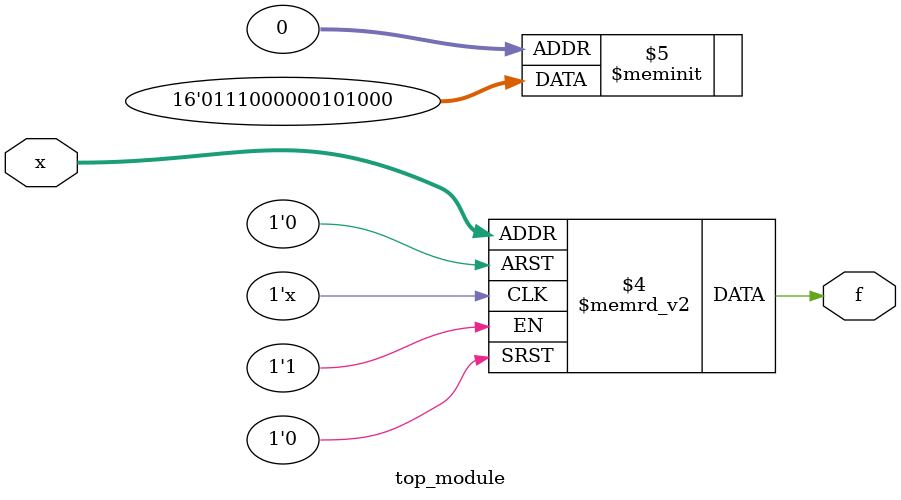
<source format=sv>
module top_module (
    input [4:1] x,
    output logic f
);

always_comb begin
    case ({x[4], x[3], x[2], x[1]})
        4'b0000, 4'b0100, 4'b1010, 4'b1011: f = 1'b0; // Don't care (d) cases can output 0
        4'b0101: f = 1'b1;
        4'b0011, 4'b1100, 4'b1101, 4'b1110: f = 1'b1;
        default: f = 1'b0; // Catch all for any other cases
    endcase
end

endmodule

</source>
